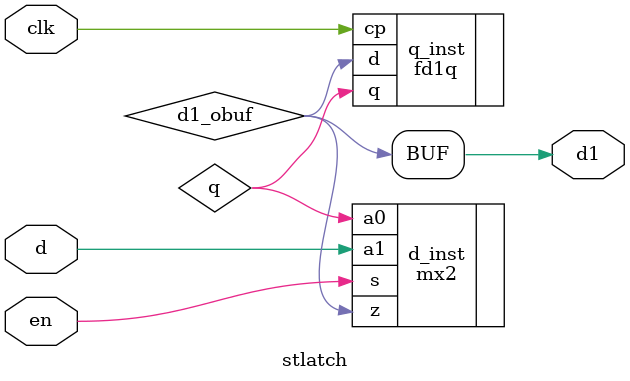
<source format=v>
`include "defs.v"

module stlatch
(
	output d1,
	input d,
	input clk,
	input en
);
wire q;

// Output buffers
wire d1_obuf;


// Output buffers
assign d1 = d1_obuf;


// LEGO.NET (74) - d : mx2
mx2 d_inst
(
	.z(d1_obuf), // OUT
	.a0(q), // IN
	.a1(d), // IN
	.s(en)  // IN
);

// LEGO.NET (75) - q : fd1q
fd1q q_inst
(
	.q(q), // OUT
	.d(d1_obuf), // IN
	.cp(clk)  // IN
);
endmodule

</source>
